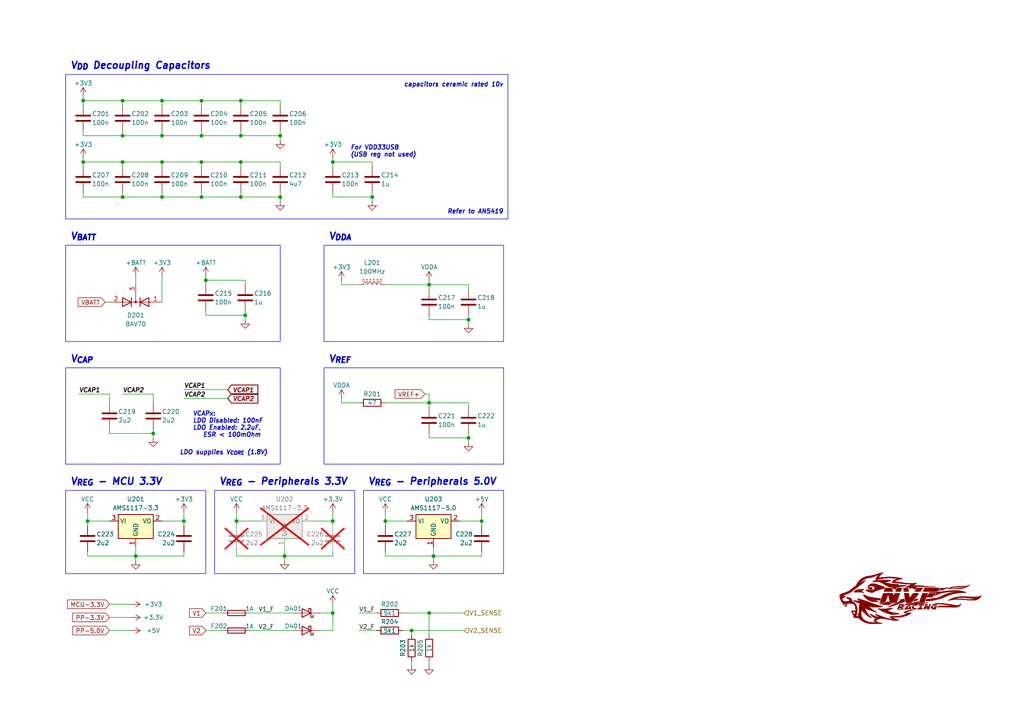
<source format=kicad_sch>
(kicad_sch (version 20230121) (generator eeschema)
  (paper "A4")
  (title_block (title "Bigger Brain") (date "2024-01-31") (rev "1") (company "Scott CJX"))
  (lib_symbols
    (symbol "Device:C" (pin_numbers hide) (pin_names (offset 0.254))
      (property "Reference" "C" (at 0.635 2.54 0))
      (property "Value" "C" (at 0.635 -2.54 0))
      (symbol "C_1_1"
        (pin passive line (at 0 3.81 270) (length 2.794) (name "~") (number "1"))
        (pin passive line (at 0 -3.81 90) (length 2.794) (name "~") (number "2"))
      )
    )
    (symbol "Device:D_Schottky" (pin_numbers hide) (pin_names (offset 1.016) hide)
      (property "Reference" "D" (at 0 2.54 0))
      (property "Value" "D_Schottky" (at 0 -2.54 0))
      (symbol "D_Schottky_1_1"
        (pin passive line (at -3.81 0 0) (length 2.54) (name "K") (number "1"))
        (pin passive line (at 3.81 0 180) (length 2.54) (name "A") (number "2"))
      )
    )
    (symbol "Device:Fuse" (pin_numbers hide) (pin_names (offset 0))
      (property "Reference" "F" (at 2.032 0 90))
      (property "Value" "Fuse" (at -1.905 0 90))
      (symbol "Fuse_1_1"
        (pin passive line (at 0 3.81 270) (length 1.27) (name "~") (number "1"))
        (pin passive line (at 0 -3.81 90) (length 1.27) (name "~") (number "2"))
      )
    )
    (symbol "Device:L_Ferrite" (pin_numbers hide) (pin_names (offset 1.016) hide)
      (property "Reference" "L" (at -1.27 0 90))
      (property "Value" "L_Ferrite" (at 2.794 0 90))
      (symbol "L_Ferrite_1_1"
        (pin passive line (at 0 3.81 270) (length 1.27) (name "1") (number "1"))
        (pin passive line (at 0 -3.81 90) (length 1.27) (name "2") (number "2"))
      )
    )
    (symbol "Device:R" (pin_numbers hide) (pin_names (offset 0))
      (property "Reference" "R" (at 2.032 0 90))
      (property "Value" "R" (at 0 0 90))
      (symbol "R_1_1"
        (pin passive line (at 0 3.81 270) (length 1.27) (name "~") (number "1"))
        (pin passive line (at 0 -3.81 90) (length 1.27) (name "~") (number "2"))
      )
    )
    (symbol "Diode:BAV70" (pin_names hide)
      (property "Reference" "D" (at 0.635 -2.54 0))
      (property "Value" "BAV70" (at 0 2.54 0))
      (symbol "BAV70_0_1"
        (pin passive line (at -7.62 0 0) (length 3.81) (name "A") (number "1"))
        (pin passive line (at 7.62 0 180) (length 3.81) (name "A") (number "2"))
        (pin passive line (at 0 -5.08 90) (length 2.54) (name "K") (number "3"))
      )
    )
    (symbol "NVF-Kicad:NVF-Logo" (pin_names (offset 1.016)))
    (symbol "Regulator_Linear:AMS1117-3.3"
      (property "Reference" "U" (at -3.81 3.175 0))
      (property "Value" "AMS1117-3.3" (at 0 3.175 0))
      (symbol "AMS1117-3.3_1_1"
        (pin power_in line (at 0 -7.62 90) (length 2.54) (name "GND") (number "1"))
        (pin power_out line (at 7.62 0 180) (length 2.54) (name "VO") (number "2"))
        (pin power_in line (at -7.62 0 0) (length 2.54) (name "VI") (number "3"))
      )
    )
    (symbol "power:+3.3V" (power) (pin_names (offset 0))
      (property "Value" "+3.3V" (at 0 3.556 0))
      (symbol "+3.3V_1_1"
        (pin power_in line (at 0 0 90) (length 0) hide (name "+3.3V") (number "1"))
      )
    )
    (symbol "power:+3V3" (power) (pin_names (offset 0))
      (property "Value" "+3V3" (at 0 3.556 0))
      (symbol "+3V3_1_1"
        (pin power_in line (at 0 0 90) (length 0) hide (name "+3V3") (number "1"))
      )
    )
    (symbol "power:+5V" (power) (pin_names (offset 0))
      (property "Value" "+5V" (at 0 3.556 0))
      (symbol "+5V_1_1"
        (pin power_in line (at 0 0 90) (length 0) hide (name "+5V") (number "1"))
      )
    )
    (symbol "power:+BATT" (power) (pin_names (offset 0))
      (property "Value" "+BATT" (at 0 3.556 0))
      (symbol "+BATT_1_1"
        (pin power_in line (at 0 0 90) (length 0) hide (name "+BATT") (number "1"))
      )
    )
    (symbol "power:GND" (power) (pin_names (offset 0))
      (property "Value" "GND" (at 0 -3.81 0))
      (symbol "GND_1_1"
        (pin power_in line (at 0 0 270) (length 0) hide (name "GND") (number "1"))
      )
    )
    (symbol "power:VCC" (power) (pin_names (offset 0))
      (property "Value" "VCC" (at 0 3.81 0))
      (symbol "VCC_1_1"
        (pin power_in line (at 0 0 90) (length 0) hide (name "VCC") (number "1"))
      )
    )
    (symbol "power:VDDA" (power) (pin_names (offset 0))
      (property "Value" "VDDA" (at 0 3.81 0))
      (symbol "VDDA_1_1"
        (pin power_in line (at 0 0 90) (length 0) hide (name "VDDA") (number "1"))
      )
    )
  )
  (junction (at 124.46 177.8))
  (junction (at 96.52 46.99))
  (junction (at 39.37 161.29))
  (junction (at 46.99 29.21))
  (junction (at 58.42 46.99))
  (junction (at 69.85 57.15))
  (junction (at 46.99 39.37))
  (junction (at 119.38 182.88))
  (junction (at 44.45 125.73))
  (junction (at 81.28 57.15))
  (junction (at 82.55 161.29))
  (junction (at 35.56 29.21))
  (junction (at 81.28 39.37))
  (junction (at 24.13 46.99))
  (junction (at 69.85 29.21))
  (junction (at 58.42 57.15))
  (junction (at 135.89 92.71))
  (junction (at 35.56 57.15))
  (junction (at 125.73 161.29))
  (junction (at 135.89 127))
  (junction (at 139.7 151.13))
  (junction (at 58.42 39.37))
  (junction (at 124.46 116.84))
  (junction (at 96.52 177.8))
  (junction (at 111.76 151.13))
  (junction (at 25.4 151.13))
  (junction (at 69.85 39.37))
  (junction (at 71.12 91.44))
  (junction (at 68.58 151.13))
  (junction (at 35.56 46.99))
  (junction (at 69.85 46.99))
  (junction (at 107.95 57.15))
  (junction (at 59.69 81.28))
  (junction (at 35.56 39.37))
  (junction (at 46.99 46.99))
  (junction (at 46.99 57.15))
  (junction (at 53.34 151.13))
  (junction (at 24.13 29.21))
  (junction (at 96.52 151.13))
  (junction (at 58.42 29.21))
  (junction (at 124.46 82.55))
  (wire (pts (xy 24.13 39.37) (xy 35.56 39.37)))
  (wire (pts (xy 31.75 116.84) (xy 31.75 114.3)))
  (wire (pts (xy 53.34 161.29) (xy 53.34 160.02)))
  (wire (pts (xy 81.28 29.21) (xy 81.28 30.48)))
  (wire (pts (xy 59.69 182.88) (xy 64.77 182.88)))
  (wire (pts (xy 46.99 39.37) (xy 46.99 38.1)))
  (wire (pts (xy 72.39 182.88) (xy 85.09 182.88)))
  (wire (pts (xy 68.58 160.02) (xy 68.58 161.29)))
  (wire (pts (xy 25.4 161.29) (xy 39.37 161.29)))
  (wire (pts (xy 24.13 57.15) (xy 24.13 55.88)))
  (wire (pts (xy 46.99 46.99) (xy 46.99 48.26)))
  (wire (pts (xy 24.13 39.37) (xy 24.13 38.1)))
  (wire (pts (xy 71.12 91.44) (xy 71.12 92.71)))
  (wire (pts (xy 99.06 82.55) (xy 104.14 82.55)))
  (wire (pts (xy 96.52 161.29) (xy 96.52 160.02)))
  (wire (pts (xy 116.84 182.88) (xy 119.38 182.88)))
  (wire (pts (xy 96.52 175.26) (xy 96.52 177.8)))
  (wire (pts (xy 81.28 55.88) (xy 81.28 57.15)))
  (wire (pts (xy 24.13 46.99) (xy 35.56 46.99)))
  (wire (pts (xy 119.38 182.88) (xy 134.62 182.88)))
  (wire (pts (xy 111.76 161.29) (xy 125.73 161.29)))
  (wire (pts (xy 111.76 151.13) (xy 111.76 152.4)))
  (wire (pts (xy 111.76 148.59) (xy 111.76 151.13)))
  (wire (pts (xy 58.42 46.99) (xy 69.85 46.99)))
  (wire (pts (xy 125.73 161.29) (xy 139.7 161.29)))
  (wire (pts (xy 139.7 161.29) (xy 139.7 160.02)))
  (wire (pts (xy 124.46 127) (xy 124.46 125.73)))
  (wire (pts (xy 124.46 177.8) (xy 124.46 184.15)))
  (wire (pts (xy 111.76 116.84) (xy 124.46 116.84)))
  (wire (pts (xy 38.1 182.88) (xy 31.75 182.88)))
  (wire (pts (xy 96.52 46.99) (xy 107.95 46.99)))
  (wire (pts (xy 25.4 148.59) (xy 25.4 151.13)))
  (wire (pts (xy 119.38 193.04) (xy 119.38 191.77)))
  (wire (pts (xy 68.58 161.29) (xy 82.55 161.29)))
  (wire (pts (xy 124.46 114.3) (xy 124.46 116.84)))
  (wire (pts (xy 96.52 57.15) (xy 96.52 55.88)))
  (wire (pts (xy 125.73 161.29) (xy 125.73 162.56)))
  (wire (pts (xy 35.56 46.99) (xy 35.56 48.26)))
  (wire (pts (xy 135.89 91.44) (xy 135.89 92.71)))
  (wire (pts (xy 69.85 46.99) (xy 81.28 46.99)))
  (wire (pts (xy 68.58 151.13) (xy 68.58 152.4)))
  (wire (pts (xy 24.13 57.15) (xy 35.56 57.15)))
  (wire (pts (xy 96.52 57.15) (xy 107.95 57.15)))
  (wire (pts (xy 44.45 116.84) (xy 44.45 114.3)))
  (wire (pts (xy 31.75 125.73) (xy 44.45 125.73)))
  (wire (pts (xy 69.85 46.99) (xy 69.85 48.26)))
  (wire (pts (xy 81.28 57.15) (xy 81.28 58.42)))
  (wire (pts (xy 59.69 91.44) (xy 71.12 91.44)))
  (wire (pts (xy 107.95 55.88) (xy 107.95 57.15)))
  (wire (pts (xy 69.85 39.37) (xy 69.85 38.1)))
  (wire (pts (xy 31.75 124.46) (xy 31.75 125.73)))
  (wire (pts (xy 39.37 158.75) (xy 39.37 161.29)))
  (wire (pts (xy 82.55 161.29) (xy 82.55 162.56)))
  (wire (pts (xy 46.99 80.01) (xy 46.99 87.63)))
  (wire (pts (xy 35.56 114.3) (xy 44.45 114.3)))
  (wire (pts (xy 39.37 161.29) (xy 53.34 161.29)))
  (wire (pts (xy 99.06 81.28) (xy 99.06 82.55)))
  (wire (pts (xy 81.28 39.37) (xy 81.28 38.1)))
  (wire (pts (xy 124.46 177.8) (xy 134.62 177.8)))
  (wire (pts (xy 69.85 57.15) (xy 69.85 55.88)))
  (wire (pts (xy 96.52 151.13) (xy 96.52 152.4)))
  (wire (pts (xy 46.99 151.13) (xy 53.34 151.13)))
  (wire (pts (xy 58.42 57.15) (xy 58.42 55.88)))
  (wire (pts (xy 96.52 182.88) (xy 96.52 177.8)))
  (wire (pts (xy 74.93 151.13) (xy 68.58 151.13)))
  (wire (pts (xy 25.4 151.13) (xy 25.4 152.4)))
  (wire (pts (xy 124.46 82.55) (xy 135.89 82.55)))
  (wire (pts (xy 24.13 46.99) (xy 24.13 48.26)))
  (wire (pts (xy 24.13 29.21) (xy 24.13 30.48)))
  (wire (pts (xy 96.52 177.8) (xy 92.71 177.8)))
  (wire (pts (xy 30.48 87.63) (xy 31.75 87.63)))
  (wire (pts (xy 53.34 115.57) (xy 66.04 115.57)))
  (wire (pts (xy 69.85 39.37) (xy 81.28 39.37)))
  (wire (pts (xy 81.28 48.26) (xy 81.28 46.99)))
  (wire (pts (xy 53.34 113.03) (xy 66.04 113.03)))
  (wire (pts (xy 111.76 160.02) (xy 111.76 161.29)))
  (wire (pts (xy 44.45 125.73) (xy 44.45 127)))
  (wire (pts (xy 35.56 46.99) (xy 46.99 46.99)))
  (wire (pts (xy 90.17 151.13) (xy 96.52 151.13)))
  (wire (pts (xy 35.56 29.21) (xy 35.56 30.48)))
  (wire (pts (xy 135.89 118.11) (xy 135.89 116.84)))
  (wire (pts (xy 35.56 39.37) (xy 46.99 39.37)))
  (wire (pts (xy 104.14 182.88) (xy 109.22 182.88)))
  (wire (pts (xy 59.69 91.44) (xy 59.69 90.17)))
  (wire (pts (xy 96.52 46.99) (xy 96.52 48.26)))
  (wire (pts (xy 24.13 27.94) (xy 24.13 29.21)))
  (wire (pts (xy 46.99 39.37) (xy 58.42 39.37)))
  (wire (pts (xy 96.52 45.72) (xy 96.52 46.99)))
  (wire (pts (xy 124.46 127) (xy 135.89 127)))
  (wire (pts (xy 58.42 46.99) (xy 58.42 48.26)))
  (wire (pts (xy 24.13 45.72) (xy 24.13 46.99)))
  (wire (pts (xy 123.19 114.3) (xy 124.46 114.3)))
  (wire (pts (xy 116.84 177.8) (xy 124.46 177.8)))
  (wire (pts (xy 135.89 127) (xy 135.89 128.27)))
  (wire (pts (xy 124.46 81.28) (xy 124.46 82.55)))
  (wire (pts (xy 107.95 48.26) (xy 107.95 46.99)))
  (wire (pts (xy 82.55 161.29) (xy 96.52 161.29)))
  (wire (pts (xy 124.46 116.84) (xy 135.89 116.84)))
  (wire (pts (xy 46.99 57.15) (xy 58.42 57.15)))
  (wire (pts (xy 69.85 29.21) (xy 81.28 29.21)))
  (wire (pts (xy 96.52 148.59) (xy 96.52 151.13)))
  (wire (pts (xy 24.13 29.21) (xy 35.56 29.21)))
  (wire (pts (xy 124.46 82.55) (xy 124.46 83.82)))
  (wire (pts (xy 135.89 83.82) (xy 135.89 82.55)))
  (wire (pts (xy 135.89 92.71) (xy 135.89 93.98)))
  (wire (pts (xy 38.1 179.07) (xy 31.75 179.07)))
  (wire (pts (xy 124.46 193.04) (xy 124.46 191.77)))
  (wire (pts (xy 35.56 57.15) (xy 46.99 57.15)))
  (wire (pts (xy 124.46 92.71) (xy 135.89 92.71)))
  (wire (pts (xy 139.7 148.59) (xy 139.7 151.13)))
  (wire (pts (xy 69.85 29.21) (xy 69.85 30.48)))
  (wire (pts (xy 124.46 116.84) (xy 124.46 118.11)))
  (wire (pts (xy 81.28 39.37) (xy 81.28 40.64)))
  (wire (pts (xy 44.45 125.73) (xy 44.45 124.46)))
  (wire (pts (xy 69.85 57.15) (xy 81.28 57.15)))
  (wire (pts (xy 58.42 29.21) (xy 58.42 30.48)))
  (wire (pts (xy 22.86 114.3) (xy 31.75 114.3)))
  (wire (pts (xy 46.99 29.21) (xy 58.42 29.21)))
  (wire (pts (xy 59.69 81.28) (xy 71.12 81.28)))
  (wire (pts (xy 135.89 125.73) (xy 135.89 127)))
  (wire (pts (xy 68.58 148.59) (xy 68.58 151.13)))
  (wire (pts (xy 118.11 151.13) (xy 111.76 151.13)))
  (wire (pts (xy 58.42 39.37) (xy 69.85 39.37)))
  (wire (pts (xy 104.14 177.8) (xy 109.22 177.8)))
  (wire (pts (xy 72.39 177.8) (xy 85.09 177.8)))
  (wire (pts (xy 35.56 57.15) (xy 35.56 55.88)))
  (wire (pts (xy 46.99 46.99) (xy 58.42 46.99)))
  (wire (pts (xy 58.42 57.15) (xy 69.85 57.15)))
  (wire (pts (xy 46.99 29.21) (xy 46.99 30.48)))
  (wire (pts (xy 99.06 116.84) (xy 104.14 116.84)))
  (wire (pts (xy 53.34 148.59) (xy 53.34 151.13)))
  (wire (pts (xy 39.37 161.29) (xy 39.37 162.56)))
  (wire (pts (xy 99.06 115.57) (xy 99.06 116.84)))
  (wire (pts (xy 25.4 160.02) (xy 25.4 161.29)))
  (wire (pts (xy 111.76 82.55) (xy 124.46 82.55)))
  (wire (pts (xy 58.42 29.21) (xy 69.85 29.21)))
  (wire (pts (xy 139.7 151.13) (xy 139.7 152.4)))
  (wire (pts (xy 92.71 182.88) (xy 96.52 182.88)))
  (wire (pts (xy 59.69 177.8) (xy 64.77 177.8)))
  (wire (pts (xy 46.99 57.15) (xy 46.99 55.88)))
  (wire (pts (xy 125.73 158.75) (xy 125.73 161.29)))
  (wire (pts (xy 39.37 80.01) (xy 39.37 82.55)))
  (wire (pts (xy 35.56 29.21) (xy 46.99 29.21)))
  (wire (pts (xy 31.75 151.13) (xy 25.4 151.13)))
  (wire (pts (xy 119.38 182.88) (xy 119.38 184.15)))
  (wire (pts (xy 58.42 39.37) (xy 58.42 38.1)))
  (wire (pts (xy 71.12 90.17) (xy 71.12 91.44)))
  (wire (pts (xy 133.35 151.13) (xy 139.7 151.13)))
  (wire (pts (xy 53.34 151.13) (xy 53.34 152.4)))
  (wire (pts (xy 71.12 82.55) (xy 71.12 81.28)))
  (wire (pts (xy 82.55 158.75) (xy 82.55 161.29)))
  (wire (pts (xy 38.1 175.26) (xy 31.75 175.26)))
  (wire (pts (xy 35.56 39.37) (xy 35.56 38.1)))
  (wire (pts (xy 59.69 80.01) (xy 59.69 81.28)))
  (wire (pts (xy 124.46 92.71) (xy 124.46 91.44)))
  (wire (pts (xy 59.69 81.28) (xy 59.69 82.55)))
  (wire (pts (xy 107.95 57.15) (xy 107.95 58.42)))
  (rectangle (start 19.05 71.12) (end 81.28 99.06))
  (rectangle (start 93.98 106.68) (end 146.05 134.62))
  (rectangle (start 93.98 71.12) (end 146.05 99.06))
  (rectangle (start 19.05 21.59) (end 147.32 63.5))
  (rectangle (start 19.05 106.68) (end 81.28 134.62))
  (rectangle (start 105.41 142.24) (end 146.05 166.37))
  (rectangle (start 62.23 142.24) (end 102.87 166.37))
  (rectangle (start 19.05 142.24) (end 59.69 166.37))
  (text "V_{REF}" (at 95.25 105.41 0) (effects (font (size 2 2) (thickness 0.4) bold italic) (justify left bottom)))
  (text "V_{REG} - Peripherals 3.3V" (at 63.5 140.97 0) (effects (font (size 2 2) (thickness 0.4) bold italic) (justify left bottom)))
  (text "capacitors ceramic rated 10v" (at 146.05 25.4 0) (effects (font (size 1.27 1.27) bold italic) (justify right bottom)))
  (text "V_{CAP}" (at 20.32 105.41 0) (effects (font (size 2 2) (thickness 0.4) bold italic) (justify left bottom)))
  (text "LDO supplies V_{CORE} (1.8V)" (at 52.07 132.08 0) (effects (font (size 1.27 1.27) bold italic) (justify left bottom)))
  (text "For VDD33USB\n(USB reg not used)" (at 101.6 45.72 0) (effects (font (size 1.27 1.27) bold italic) (justify left bottom)))
  (text "VCAPx: \nLDO Disabled: 100nF\nLDO Enabled: 2.2uF,\n   ESR < 100mOhm" (at 55.88 127 0) (effects (font (size 1.27 1.27) bold italic) (justify left bottom)))
  (text "V_{REG} - Peripherals 5.0V" (at 106.68 140.97 0) (effects (font (size 2 2) (thickness 0.4) bold italic) (justify left bottom)))
  (text "V_{DDA}" (at 95.25 69.85 0) (effects (font (size 2 2) (thickness 0.4) bold italic) (justify left bottom)))
  (text "V_{DD} Decoupling Capacitors" (at 20.32 20.32 0) (effects (font (size 2 2) (thickness 0.4) bold italic) (justify left bottom)))
  (text "Refer to AN5419" (at 146.05 62.23 0) (effects (font (size 1.27 1.27) bold italic) (justify right bottom)))
  (text "V_{REG} - MCU 3.3V" (at 20.32 140.97 0) (effects (font (size 2 2) (thickness 0.4) bold italic) (justify left bottom)))
  (text "V_{BATT}" (at 20.32 69.85 0) (effects (font (size 2 2) (thickness 0.4) bold italic) (justify left bottom)))
  (label "VCAP2" (at 35.56 114.3 0) (effects (font bold italic)))
  (label "VCAP1" (at 53.34 113.03 0) (effects (font bold italic)))
  (label "VCAP1" (at 22.86 114.3 0) (effects (font bold italic)))
  (label "V1_F" (at 104.14 177.8 0))
  (label "V1_F" (at 74.93 177.8 0))
  (label "V2_F" (at 74.93 182.88 0))
  (label "VCAP2" (at 53.34 115.57 0) (effects (font bold italic)))
  (label "V2_F" (at 104.14 182.88 0))
  (global_label "V1" (shape input) (at 59.69 177.8 180) (property "Intersheetrefs" "${INTERSHEET_REFS}" (effects hide)))
  (global_label "VCAP1" (shape input) (at 66.04 113.03 0) (effects (font bold italic)) (property "Intersheetrefs" "${INTERSHEET_REFS}" (effects hide)))
  (global_label "PP-3.3V" (shape input) (at 31.75 179.07 180) (property "Intersheetrefs" "${INTERSHEET_REFS}" (effects hide)))
  (global_label "VCAP2" (shape input) (at 66.04 115.57 0) (effects (font bold italic)) (property "Intersheetrefs" "${INTERSHEET_REFS}" (effects hide)))
  (global_label "VBATT" (shape input) (at 30.48 87.63 180) (property "Intersheetrefs" "${INTERSHEET_REFS}" (effects hide)))
  (global_label "MCU-3.3V" (shape input) (at 31.75 175.26 180) (property "Intersheetrefs" "${INTERSHEET_REFS}" (effects hide)))
  (global_label "V2" (shape input) (at 59.69 182.88 180) (property "Intersheetrefs" "${INTERSHEET_REFS}" (effects hide)))
  (global_label "PP-5.0V" (shape input) (at 31.75 182.88 180) (property "Intersheetrefs" "${INTERSHEET_REFS}" (effects hide)))
  (global_label "VREF+" (shape input) (at 123.19 114.3 180) (property "Intersheetrefs" "${INTERSHEET_REFS}" (effects hide)))
  (hierarchical_label "V1_SENSE" (shape input) (at 134.62 177.8 0))
  (hierarchical_label "V2_SENSE" (shape input) (at 134.62 182.88 0))
  (symbol (lib_id "power:GND") (at 125.73 162.56 0) (unit 1)
    (property "Reference" "#PWR0225" (effects hide))
    (property "Value" "GND" (effects hide))
  )
  (symbol (lib_id "power:GND") (at 135.89 128.27 0) (unit 1)
    (property "Reference" "#PWR0216" (effects hide))
    (property "Value" "GND" (effects hide))
  )
  (symbol (lib_id "power:+3.3V") (at 38.1 179.07 270) (unit 1)
    (property "Reference" "#PWR0227" (effects hide))
    (property "Value" "+3.3V" (at 44.45 179.07 90))
  )
  (symbol (lib_id "power:GND") (at 135.89 93.98 0) (unit 1)
    (property "Reference" "#PWR0213" (effects hide))
    (property "Value" "GND" (effects hide))
  )
  (symbol (lib_id "Device:C") (at 35.56 34.29 0) (unit 1)
    (property "Reference" "C202" (at 38.1 33.02 0) (effects (justify left)))
    (property "Value" "100n" (at 38.1 35.56 0) (effects (justify left)))
    (property "Footprint" "Capacitor_SMD:C_0603_1608Metric" (effects hide))
    (property "LCSC" "C14663" (effects hide))
  )
  (symbol (lib_id "power:+BATT") (at 59.69 80.01 0) (unit 1)
    (property "Reference" "#PWR0209" (effects hide))
    (property "Value" "+BATT" (at 59.69 76.2 0))
  )
  (symbol (lib_id "Device:D_Schottky") (at 88.9 182.88 180) (unit 1)
    (property "Reference" "D401" (at 85.09 181.61 0))
    (property "Value" "SS14" (effects hide))
    (property "Footprint" "Diode_SMD:D_SMA" (effects hide))
    (property "LCSC" "C2480" (effects hide))
    (instances (project "bigger-brain" (path "" (reference "D401") (unit 1)) (path "" (reference "D203") (unit 1))))
  )
  (symbol (lib_id "power:VCC") (at 96.52 175.26 0) (unit 1)
    (property "Reference" "#PWR0229" (effects hide))
    (property "Value" "VCC" (at 96.52 171.45 0))
  )
  (symbol (lib_id "power:GND") (at 119.38 193.04 0) (unit 1)
    (property "Reference" "#PWR0230" (effects hide))
    (property "Value" "GND" (effects hide))
  )
  (symbol (lib_id "power:VDDA") (at 124.46 81.28 0) (unit 1)
    (property "Reference" "#PWR0211" (effects hide))
    (property "Value" "VDDA" (at 124.46 77.47 0))
  )
  (symbol (lib_id "NVF-Kicad:NVF-Logo") (at 264.16 177.8 0) (unit 1)
    (property "Reference" "#G401" (effects hide))
    (property "Value" "LOGO" (effects hide))
    (instances (project "bigger-brain" (path "" (reference "#G401") (unit 1)) (path "" (reference "#G101") (unit 1)) (path "" (reference "#G201") (unit 1))))
  )
  (symbol (lib_id "Device:D_Schottky") (at 88.9 177.8 180) (unit 1)
    (property "Reference" "D401" (at 85.09 176.53 0))
    (property "Value" "SS14" (effects hide))
    (property "Footprint" "Diode_SMD:D_SMA" (effects hide))
    (property "LCSC" "C2480" (effects hide))
    (instances (project "bigger-brain" (path "" (reference "D401") (unit 1)) (path "" (reference "D202") (unit 1))))
  )
  (symbol (lib_id "power:GND") (at 81.28 58.42 0) (unit 1)
    (property "Reference" "#PWR0205" (effects hide))
    (property "Value" "GND" (effects hide))
  )
  (symbol (lib_id "Device:C") (at 46.99 52.07 0) (unit 1)
    (property "Reference" "C209" (at 49.53 50.8 0) (effects (justify left)))
    (property "Value" "100n" (at 49.53 53.34 0) (effects (justify left)))
    (property "Footprint" "Capacitor_SMD:C_0603_1608Metric" (effects hide))
    (property "LCSC" "C14663" (effects hide))
  )
  (symbol (lib_id "power:+3V3") (at 99.06 81.28 0) (unit 1)
    (property "Reference" "#PWR0210" (effects hide))
    (property "Value" "+3V3" (at 99.06 77.47 0))
  )
  (symbol (lib_id "Regulator_Linear:AMS1117-3.3") (at 39.37 151.13 0) (unit 1)
    (property "Reference" "U201" (at 39.37 144.78 0))
    (property "Value" "AMS1117-3.3" (at 39.37 147.32 0))
    (property "Footprint" "Package_TO_SOT_SMD:SOT-223-3_TabPin2" (effects hide))
    (property "Datasheet" "http://www.advanced-monolithic.com/pdf/ds1117.pdf" (effects hide))
    (property "LCSC" "C6186" (effects hide))
  )
  (symbol (lib_id "power:+3V3") (at 96.52 45.72 0) (unit 1)
    (property "Reference" "#PWR0204" (effects hide))
    (property "Value" "+3V3" (at 96.52 41.91 0))
  )
  (symbol (lib_id "Device:C") (at 53.34 156.21 0) (mirror y) (unit 1)
    (property "Reference" "C224" (at 50.8 154.94 0) (effects (justify left)))
    (property "Value" "2u2" (at 50.8 157.48 0) (effects (justify left)))
    (property "Footprint" "Capacitor_SMD:C_0805_2012Metric" (effects hide))
    (property "LCSC" "C377773" (effects hide))
  )
  (symbol (lib_id "Device:C") (at 24.13 34.29 0) (unit 1)
    (property "Reference" "C201" (at 26.67 33.02 0) (effects (justify left)))
    (property "Value" "100n" (at 26.67 35.56 0) (effects (justify left)))
    (property "Footprint" "Capacitor_SMD:C_0603_1608Metric" (effects hide))
    (property "LCSC" "C14663" (effects hide))
  )
  (symbol (lib_id "power:GND") (at 124.46 193.04 0) (unit 1)
    (property "Reference" "#PWR0231" (effects hide))
    (property "Value" "GND" (effects hide))
  )
  (symbol (lib_id "power:GND") (at 107.95 58.42 0) (unit 1)
    (property "Reference" "#PWR0206" (effects hide))
    (property "Value" "GND" (effects hide))
  )
  (symbol (lib_id "power:+3V3") (at 24.13 45.72 0) (unit 1)
    (property "Reference" "#PWR0203" (effects hide))
    (property "Value" "+3V3" (at 24.13 41.91 0))
  )
  (symbol (lib_id "Device:Fuse") (at 68.58 177.8 90) (unit 1)
    (property "Reference" "F201" (at 63.5 176.53 90))
    (property "Value" "1A" (at 72.39 176.53 90))
    (property "Footprint" "NVF-Kicad:FUSE-MCCQ-122" (effects hide))
    (property "LCSC" "-" (effects hide))
  )
  (symbol (lib_id "Device:C") (at 58.42 34.29 0) (unit 1)
    (property "Reference" "C204" (at 60.96 33.02 0) (effects (justify left)))
    (property "Value" "100n" (at 60.96 35.56 0) (effects (justify left)))
    (property "Footprint" "Capacitor_SMD:C_0603_1608Metric" (effects hide))
    (property "LCSC" "C14663" (effects hide))
  )
  (symbol (lib_id "Device:C") (at 96.52 52.07 0) (unit 1)
    (property "Reference" "C213" (at 99.06 50.8 0) (effects (justify left)))
    (property "Value" "100n" (at 99.06 53.34 0) (effects (justify left)))
    (property "Footprint" "Capacitor_SMD:C_0603_1608Metric" (effects hide))
    (property "LCSC" "C14663" (effects hide))
  )
  (symbol (lib_id "power:VDDA") (at 99.06 115.57 0) (mirror y) (unit 1)
    (property "Reference" "#PWR0214" (effects hide))
    (property "Value" "VDDA" (at 99.06 111.76 0))
  )
  (symbol (lib_id "Device:C") (at 31.75 120.65 0) (unit 1)
    (property "Reference" "C219" (at 34.29 119.38 0) (effects (justify left)))
    (property "Value" "2u2" (at 34.29 121.92 0) (effects (justify left)))
    (property "Footprint" "Capacitor_SMD:C_0805_2012Metric" (effects hide))
    (property "LCSC" "C377773" (effects hide))
  )
  (symbol (lib_id "Regulator_Linear:AMS1117-3.3") (at 82.55 151.13 0) (unit 1) (in_bom no) (on_board no) (dnp yes)
    (property "Reference" "U202" (at 82.55 144.78 0))
    (property "Value" "AMS1117-3.3" (at 82.55 147.32 0))
    (property "Footprint" "Package_TO_SOT_SMD:SOT-223-3_TabPin2" (effects hide))
    (property "Datasheet" "http://www.advanced-monolithic.com/pdf/ds1117.pdf" (effects hide))
    (property "LCSC" "C6186" (effects hide))
    (property "Sim.Enable" "0" (effects hide))
  )
  (symbol (lib_id "Device:C") (at 135.89 87.63 0) (unit 1)
    (property "Reference" "C218" (at 138.43 86.36 0) (effects (justify left)))
    (property "Value" "1u" (at 138.43 88.9 0) (effects (justify left)))
    (property "Footprint" "Capacitor_SMD:C_0805_2012Metric" (effects hide))
    (property "LCSC" "C28323" (effects hide))
  )
  (symbol (lib_id "Device:C") (at 69.85 52.07 0) (unit 1)
    (property "Reference" "C211" (at 72.39 50.8 0) (effects (justify left)))
    (property "Value" "100n" (at 72.39 53.34 0) (effects (justify left)))
    (property "Footprint" "Capacitor_SMD:C_0603_1608Metric" (effects hide))
    (property "LCSC" "C14663" (effects hide))
  )
  (symbol (lib_id "Device:R") (at 113.03 177.8 270) (unit 1)
    (property "Reference" "R202" (at 113.03 175.26 90))
    (property "Value" "5k1" (at 113.03 177.8 90))
    (property "Footprint" "Resistor_SMD:R_0603_1608Metric" (effects hide))
    (property "LCSC" "C23186" (effects hide))
  )
  (symbol (lib_id "power:GND") (at 71.12 92.71 0) (unit 1)
    (property "Reference" "#PWR0212" (effects hide))
    (property "Value" "GND" (effects hide))
  )
  (symbol (lib_id "power:+3V3") (at 46.99 80.01 0) (unit 1)
    (property "Reference" "#PWR0208" (effects hide))
    (property "Value" "+3V3" (at 46.99 76.2 0))
  )
  (symbol (lib_id "Device:C") (at 46.99 34.29 0) (unit 1)
    (property "Reference" "C203" (at 49.53 33.02 0) (effects (justify left)))
    (property "Value" "100n" (at 49.53 35.56 0) (effects (justify left)))
    (property "Footprint" "Capacitor_SMD:C_0603_1608Metric" (effects hide))
    (property "LCSC" "C14663" (effects hide))
  )
  (symbol (lib_id "Device:R") (at 119.38 187.96 0) (unit 1)
    (property "Reference" "R203" (at 116.84 187.96 90))
    (property "Value" "1k" (at 119.38 187.96 90))
    (property "Footprint" "Resistor_SMD:R_0603_1608Metric" (effects hide))
    (property "LCSC" "C21190" (effects hide))
  )
  (symbol (lib_id "power:+3.3V") (at 96.52 148.59 0) (unit 1)
    (property "Reference" "#PWR0220" (effects hide))
    (property "Value" "+3.3V" (at 96.52 144.78 0))
  )
  (symbol (lib_id "Device:R") (at 124.46 187.96 0) (unit 1)
    (property "Reference" "R205" (at 121.92 187.96 90))
    (property "Value" "1k" (at 124.46 187.96 90))
    (property "Footprint" "Resistor_SMD:R_0603_1608Metric" (effects hide))
    (property "LCSC" "C21190" (effects hide))
  )
  (symbol (lib_id "Device:R") (at 113.03 182.88 270) (unit 1)
    (property "Reference" "R204" (at 113.03 180.34 90))
    (property "Value" "5k1" (at 113.03 182.88 90))
    (property "Footprint" "Resistor_SMD:R_0603_1608Metric" (effects hide))
    (property "LCSC" "C23186" (effects hide))
  )
  (symbol (lib_id "power:+5V") (at 38.1 182.88 270) (unit 1)
    (property "Reference" "#PWR0228" (effects hide))
    (property "Value" "+5V" (at 44.45 182.88 90))
  )
  (symbol (lib_id "Device:C") (at 69.85 34.29 0) (unit 1)
    (property "Reference" "C205" (at 72.39 33.02 0) (effects (justify left)))
    (property "Value" "100n" (at 72.39 35.56 0) (effects (justify left)))
    (property "Footprint" "Capacitor_SMD:C_0603_1608Metric" (effects hide))
    (property "LCSC" "C14663" (effects hide))
  )
  (symbol (lib_id "Device:C") (at 25.4 156.21 0) (unit 1)
    (property "Reference" "C223" (at 27.94 154.94 0) (effects (justify left)))
    (property "Value" "2u2" (at 27.94 157.48 0) (effects (justify left)))
    (property "Footprint" "Capacitor_SMD:C_0805_2012Metric" (effects hide))
    (property "LCSC" "C377773" (effects hide))
  )
  (symbol (lib_id "Device:Fuse") (at 68.58 182.88 90) (unit 1)
    (property "Reference" "F202" (at 63.5 181.61 90))
    (property "Value" "1A" (at 72.39 181.61 90))
    (property "Footprint" "NVF-Kicad:FUSE-MCCQ-122" (effects hide))
    (property "LCSC" "-" (effects hide))
  )
  (symbol (lib_id "power:VCC") (at 111.76 148.59 0) (unit 1)
    (property "Reference" "#PWR0221" (effects hide))
    (property "Value" "VCC" (at 111.76 144.78 0))
  )
  (symbol (lib_id "Device:C") (at 68.58 156.21 0) (unit 1) (in_bom no) (on_board no) (dnp yes)
    (property "Reference" "C225" (at 71.12 154.94 0) (effects (justify left)))
    (property "Value" "2u2" (at 71.12 157.48 0) (effects (justify left)))
    (property "Footprint" "Capacitor_SMD:C_0805_2012Metric" (effects hide))
    (property "LCSC" "C377773" (effects hide))
    (property "Sim.Enable" "0" (effects hide))
  )
  (symbol (lib_id "power:+3V3") (at 53.34 148.59 0) (unit 1)
    (property "Reference" "#PWR0218" (effects hide))
    (property "Value" "+3V3" (at 53.34 144.78 0))
  )
  (symbol (lib_id "Device:C") (at 24.13 52.07 0) (unit 1)
    (property "Reference" "C207" (at 26.67 50.8 0) (effects (justify left)))
    (property "Value" "100n" (at 26.67 53.34 0) (effects (justify left)))
    (property "Footprint" "Capacitor_SMD:C_0603_1608Metric" (effects hide))
    (property "LCSC" "C14663" (effects hide))
  )
  (symbol (lib_id "power:GND") (at 39.37 162.56 0) (unit 1)
    (property "Reference" "#PWR0223" (effects hide))
    (property "Value" "GND" (effects hide))
  )
  (symbol (lib_id "Regulator_Linear:AMS1117-3.3") (at 125.73 151.13 0) (unit 1)
    (property "Reference" "U203" (at 125.73 144.78 0))
    (property "Value" "AMS1117-5.0" (at 125.73 147.32 0))
    (property "Footprint" "Package_TO_SOT_SMD:SOT-223-3_TabPin2" (effects hide))
    (property "Datasheet" "http://www.advanced-monolithic.com/pdf/ds1117.pdf" (effects hide))
    (property "LCSC" "C6186" (effects hide))
  )
  (symbol (lib_id "Device:C") (at 58.42 52.07 0) (unit 1)
    (property "Reference" "C210" (at 60.96 50.8 0) (effects (justify left)))
    (property "Value" "100n" (at 60.96 53.34 0) (effects (justify left)))
    (property "Footprint" "Capacitor_SMD:C_0603_1608Metric" (effects hide))
    (property "LCSC" "C14663" (effects hide))
  )
  (symbol (lib_id "power:GND") (at 81.28 40.64 0) (unit 1)
    (property "Reference" "#PWR0202" (effects hide))
    (property "Value" "GND" (effects hide))
  )
  (symbol (lib_id "power:+BATT") (at 39.37 80.01 0) (unit 1)
    (property "Reference" "#PWR0207" (effects hide))
    (property "Value" "+BATT" (at 39.37 76.2 0))
  )
  (symbol (lib_id "power:+5V") (at 139.7 148.59 0) (unit 1)
    (property "Reference" "#PWR0222" (effects hide))
    (property "Value" "+5V" (at 139.7 144.78 0))
  )
  (symbol (lib_id "Device:C") (at 124.46 121.92 0) (unit 1)
    (property "Reference" "C221" (at 127 120.65 0) (effects (justify left)))
    (property "Value" "100n" (at 127 123.19 0) (effects (justify left)))
    (property "Footprint" "Capacitor_SMD:C_0603_1608Metric" (effects hide))
    (property "LCSC" "C14663" (effects hide))
  )
  (symbol (lib_id "Device:C") (at 81.28 52.07 0) (unit 1)
    (property "Reference" "C212" (at 83.82 50.8 0) (effects (justify left)))
    (property "Value" "4u7" (at 83.82 53.34 0) (effects (justify left)))
    (property "Footprint" "Capacitor_SMD:C_0805_2012Metric" (effects hide))
    (property "LCSC" "C1779" (effects hide))
  )
  (symbol (lib_id "Device:C") (at 71.12 86.36 0) (unit 1)
    (property "Reference" "C216" (at 73.66 85.09 0) (effects (justify left)))
    (property "Value" "1u" (at 73.66 87.63 0) (effects (justify left)))
    (property "Footprint" "Capacitor_SMD:C_0805_2012Metric" (effects hide))
    (property "LCSC" "C28323" (effects hide))
  )
  (symbol (lib_id "Diode:BAV70") (at 39.37 87.63 180) (unit 1)
    (property "Reference" "D201" (at 39.37 91.44 0))
    (property "Value" "BAV70" (at 39.37 93.98 0))
    (property "Footprint" "Package_TO_SOT_SMD:SOT-23" (effects hide))
    (property "Datasheet" "https://assets.nexperia.com/documents/data-sheet/BAV70_SER.pdf" (effects hide))
    (property "LCSC" "C68978" (effects hide))
  )
  (symbol (lib_id "Device:R") (at 107.95 116.84 90) (unit 1)
    (property "Reference" "R201" (at 107.95 114.3 90))
    (property "Value" "47" (at 107.95 116.84 90))
    (property "Footprint" "Resistor_SMD:R_0603_1608Metric" (effects hide))
    (property "LCSC" "C23182" (effects hide))
  )
  (symbol (lib_id "power:GND") (at 82.55 162.56 0) (unit 1)
    (property "Reference" "#PWR0224" (effects hide))
    (property "Value" "GND" (effects hide))
  )
  (symbol (lib_id "Device:C") (at 124.46 87.63 0) (unit 1)
    (property "Reference" "C217" (at 127 86.36 0) (effects (justify left)))
    (property "Value" "100n" (at 127 88.9 0) (effects (justify left)))
    (property "Footprint" "Capacitor_SMD:C_0603_1608Metric" (effects hide))
    (property "LCSC" "C14663" (effects hide))
  )
  (symbol (lib_id "Device:C") (at 44.45 120.65 0) (unit 1)
    (property "Reference" "C220" (at 46.99 119.38 0) (effects (justify left)))
    (property "Value" "2u2" (at 46.99 121.92 0) (effects (justify left)))
    (property "Footprint" "Capacitor_SMD:C_0805_2012Metric" (effects hide))
    (property "LCSC" "C377773" (effects hide))
  )
  (symbol (lib_id "Device:C") (at 107.95 52.07 0) (unit 1)
    (property "Reference" "C214" (at 110.49 50.8 0) (effects (justify left)))
    (property "Value" "1u" (at 110.49 53.34 0) (effects (justify left)))
    (property "Footprint" "Capacitor_SMD:C_0805_2012Metric" (effects hide))
    (property "LCSC" "C28323" (effects hide))
  )
  (symbol (lib_id "power:GND") (at 44.45 127 0) (unit 1)
    (property "Reference" "#PWR0215" (effects hide))
    (property "Value" "GND" (effects hide))
  )
  (symbol (lib_id "power:VCC") (at 68.58 148.59 0) (unit 1)
    (property "Reference" "#PWR0219" (effects hide))
    (property "Value" "VCC" (at 68.58 144.78 0))
  )
  (symbol (lib_id "Device:L_Ferrite") (at 107.95 82.55 90) (unit 1)
    (property "Reference" "L201" (at 107.95 76.2 90))
    (property "Value" "100MHz" (at 107.95 78.74 90))
    (property "Footprint" "Resistor_SMD:R_0805_2012Metric" (effects hide))
    (property "LCSC" "GZ2012D101TF" (effects hide))
  )
  (symbol (lib_id "power:VCC") (at 25.4 148.59 0) (unit 1)
    (property "Reference" "#PWR0217" (effects hide))
    (property "Value" "VCC" (at 25.4 144.78 0))
  )
  (symbol (lib_id "Device:C") (at 59.69 86.36 0) (unit 1)
    (property "Reference" "C215" (at 62.23 85.09 0) (effects (justify left)))
    (property "Value" "100n" (at 62.23 87.63 0) (effects (justify left)))
    (property "Footprint" "Capacitor_SMD:C_0603_1608Metric" (effects hide))
    (property "LCSC" "C14663" (effects hide))
  )
  (symbol (lib_id "Device:C") (at 35.56 52.07 0) (unit 1)
    (property "Reference" "C208" (at 38.1 50.8 0) (effects (justify left)))
    (property "Value" "100n" (at 38.1 53.34 0) (effects (justify left)))
    (property "Footprint" "Capacitor_SMD:C_0603_1608Metric" (effects hide))
    (property "LCSC" "C14663" (effects hide))
  )
  (symbol (lib_id "Device:C") (at 135.89 121.92 0) (unit 1)
    (property "Reference" "C222" (at 138.43 120.65 0) (effects (justify left)))
    (property "Value" "1u" (at 138.43 123.19 0) (effects (justify left)))
    (property "Footprint" "Capacitor_SMD:C_0805_2012Metric" (effects hide))
    (property "LCSC" "C28323" (effects hide))
  )
  (symbol (lib_id "Device:C") (at 111.76 156.21 0) (unit 1)
    (property "Reference" "C227" (at 114.3 154.94 0) (effects (justify left)))
    (property "Value" "2u2" (at 114.3 157.48 0) (effects (justify left)))
    (property "Footprint" "Capacitor_SMD:C_0805_2012Metric" (effects hide))
    (property "LCSC" "C377773" (effects hide))
  )
  (symbol (lib_id "Device:C") (at 96.52 156.21 0) (mirror y) (unit 1) (in_bom no) (on_board no) (dnp yes)
    (property "Reference" "C226" (at 93.98 154.94 0) (effects (justify left)))
    (property "Value" "2u2" (at 93.98 157.48 0) (effects (justify left)))
    (property "Footprint" "Capacitor_SMD:C_0805_2012Metric" (effects hide))
    (property "LCSC" "C377773" (effects hide))
    (property "Sim.Enable" "0" (effects hide))
  )
  (symbol (lib_id "Device:C") (at 139.7 156.21 0) (mirror y) (unit 1)
    (property "Reference" "C228" (at 137.16 154.94 0) (effects (justify left)))
    (property "Value" "2u2" (at 137.16 157.48 0) (effects (justify left)))
    (property "Footprint" "Capacitor_SMD:C_0805_2012Metric" (effects hide))
    (property "LCSC" "C377773" (effects hide))
  )
  (symbol (lib_id "power:+3V3") (at 24.13 27.94 0) (unit 1)
    (property "Reference" "#PWR0201" (effects hide))
    (property "Value" "+3V3" (at 24.13 24.13 0))
  )
  (symbol (lib_id "power:+3V3") (at 38.1 175.26 270) (unit 1)
    (property "Reference" "#PWR0226" (effects hide))
    (property "Value" "+3V3" (at 44.45 175.26 90))
  )
  (symbol (lib_id "Device:C") (at 81.28 34.29 0) (unit 1)
    (property "Reference" "C206" (at 83.82 33.02 0) (effects (justify left)))
    (property "Value" "100n" (at 83.82 35.56 0) (effects (justify left)))
    (property "Footprint" "Capacitor_SMD:C_0603_1608Metric" (effects hide))
    (property "LCSC" "C14663" (effects hide))
  )
)
</source>
